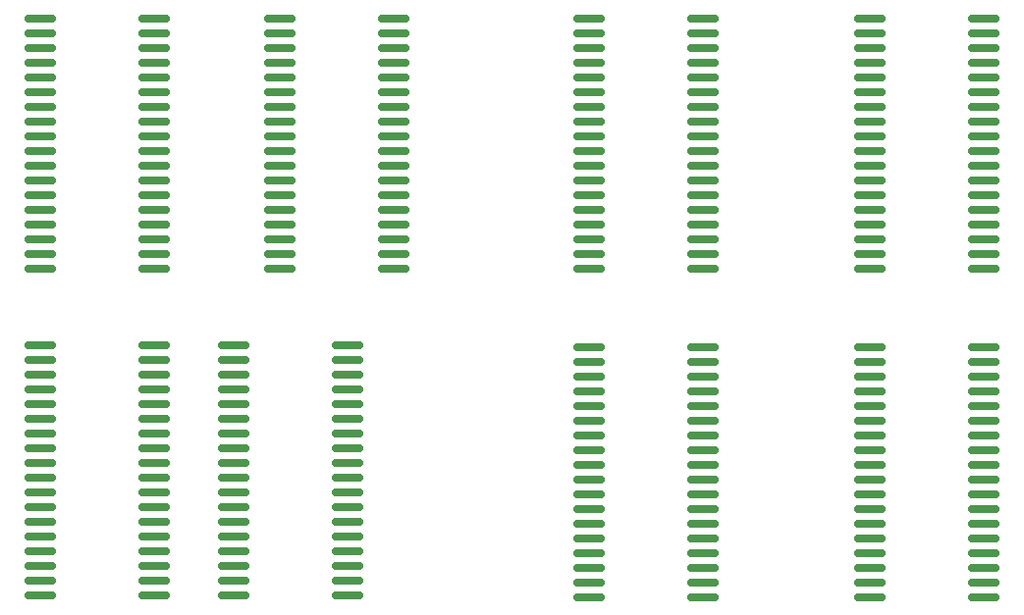
<source format=gbr>
%TF.GenerationSoftware,KiCad,Pcbnew,(6.0.2)*%
%TF.CreationDate,2022-07-24T16:40:57+01:00*%
%TF.ProjectId,Rosco_Hat_RAM,526f7363-6f5f-4486-9174-5f52414d2e6b,rev?*%
%TF.SameCoordinates,Original*%
%TF.FileFunction,Paste,Top*%
%TF.FilePolarity,Positive*%
%FSLAX46Y46*%
G04 Gerber Fmt 4.6, Leading zero omitted, Abs format (unit mm)*
G04 Created by KiCad (PCBNEW (6.0.2)) date 2022-07-24 16:40:57*
%MOMM*%
%LPD*%
G01*
G04 APERTURE LIST*
G04 Aperture macros list*
%AMRoundRect*
0 Rectangle with rounded corners*
0 $1 Rounding radius*
0 $2 $3 $4 $5 $6 $7 $8 $9 X,Y pos of 4 corners*
0 Add a 4 corners polygon primitive as box body*
4,1,4,$2,$3,$4,$5,$6,$7,$8,$9,$2,$3,0*
0 Add four circle primitives for the rounded corners*
1,1,$1+$1,$2,$3*
1,1,$1+$1,$4,$5*
1,1,$1+$1,$6,$7*
1,1,$1+$1,$8,$9*
0 Add four rect primitives between the rounded corners*
20,1,$1+$1,$2,$3,$4,$5,0*
20,1,$1+$1,$4,$5,$6,$7,0*
20,1,$1+$1,$6,$7,$8,$9,0*
20,1,$1+$1,$8,$9,$2,$3,0*%
G04 Aperture macros list end*
%ADD10RoundRect,0.150000X1.200000X0.150000X-1.200000X0.150000X-1.200000X-0.150000X1.200000X-0.150000X0*%
G04 APERTURE END LIST*
D10*
%TO.C,U11*%
X164540000Y-137695000D03*
X164540000Y-136425000D03*
X164540000Y-135155000D03*
X164540000Y-133885000D03*
X164540000Y-132615000D03*
X164540000Y-131345000D03*
X164540000Y-130075000D03*
X164540000Y-128805000D03*
X164540000Y-127535000D03*
X164540000Y-126265000D03*
X164540000Y-124995000D03*
X164540000Y-123725000D03*
X164540000Y-122455000D03*
X164540000Y-121185000D03*
X164540000Y-119915000D03*
X164540000Y-118645000D03*
X164540000Y-117375000D03*
X164540000Y-116105000D03*
X154740000Y-116105000D03*
X154740000Y-117375000D03*
X154740000Y-118645000D03*
X154740000Y-119915000D03*
X154740000Y-121185000D03*
X154740000Y-122455000D03*
X154740000Y-123725000D03*
X154740000Y-124995000D03*
X154740000Y-126265000D03*
X154740000Y-127535000D03*
X154740000Y-128805000D03*
X154740000Y-130075000D03*
X154740000Y-131345000D03*
X154740000Y-132615000D03*
X154740000Y-133885000D03*
X154740000Y-135155000D03*
X154740000Y-136425000D03*
X154740000Y-137695000D03*
%TD*%
%TO.C,U7*%
X109650000Y-137595000D03*
X109650000Y-136325000D03*
X109650000Y-135055000D03*
X109650000Y-133785000D03*
X109650000Y-132515000D03*
X109650000Y-131245000D03*
X109650000Y-129975000D03*
X109650000Y-128705000D03*
X109650000Y-127435000D03*
X109650000Y-126165000D03*
X109650000Y-124895000D03*
X109650000Y-123625000D03*
X109650000Y-122355000D03*
X109650000Y-121085000D03*
X109650000Y-119815000D03*
X109650000Y-118545000D03*
X109650000Y-117275000D03*
X109650000Y-116005000D03*
X99850000Y-116005000D03*
X99850000Y-117275000D03*
X99850000Y-118545000D03*
X99850000Y-119815000D03*
X99850000Y-121085000D03*
X99850000Y-122355000D03*
X99850000Y-123625000D03*
X99850000Y-124895000D03*
X99850000Y-126165000D03*
X99850000Y-127435000D03*
X99850000Y-128705000D03*
X99850000Y-129975000D03*
X99850000Y-131245000D03*
X99850000Y-132515000D03*
X99850000Y-133785000D03*
X99850000Y-135055000D03*
X99850000Y-136325000D03*
X99850000Y-137595000D03*
%TD*%
%TO.C,U12*%
X164540000Y-109345000D03*
X164540000Y-108075000D03*
X164540000Y-106805000D03*
X164540000Y-105535000D03*
X164540000Y-104265000D03*
X164540000Y-102995000D03*
X164540000Y-101725000D03*
X164540000Y-100455000D03*
X164540000Y-99185000D03*
X164540000Y-97915000D03*
X164540000Y-96645000D03*
X164540000Y-95375000D03*
X164540000Y-94105000D03*
X164540000Y-92835000D03*
X164540000Y-91565000D03*
X164540000Y-90295000D03*
X164540000Y-89025000D03*
X164540000Y-87755000D03*
X154740000Y-87755000D03*
X154740000Y-89025000D03*
X154740000Y-90295000D03*
X154740000Y-91565000D03*
X154740000Y-92835000D03*
X154740000Y-94105000D03*
X154740000Y-95375000D03*
X154740000Y-96645000D03*
X154740000Y-97915000D03*
X154740000Y-99185000D03*
X154740000Y-100455000D03*
X154740000Y-101725000D03*
X154740000Y-102995000D03*
X154740000Y-104265000D03*
X154740000Y-105535000D03*
X154740000Y-106805000D03*
X154740000Y-108075000D03*
X154740000Y-109345000D03*
%TD*%
%TO.C,U6*%
X92950000Y-109345000D03*
X92950000Y-108075000D03*
X92950000Y-106805000D03*
X92950000Y-105535000D03*
X92950000Y-104265000D03*
X92950000Y-102995000D03*
X92950000Y-101725000D03*
X92950000Y-100455000D03*
X92950000Y-99185000D03*
X92950000Y-97915000D03*
X92950000Y-96645000D03*
X92950000Y-95375000D03*
X92950000Y-94105000D03*
X92950000Y-92835000D03*
X92950000Y-91565000D03*
X92950000Y-90295000D03*
X92950000Y-89025000D03*
X92950000Y-87755000D03*
X83150000Y-87755000D03*
X83150000Y-89025000D03*
X83150000Y-90295000D03*
X83150000Y-91565000D03*
X83150000Y-92835000D03*
X83150000Y-94105000D03*
X83150000Y-95375000D03*
X83150000Y-96645000D03*
X83150000Y-97915000D03*
X83150000Y-99185000D03*
X83150000Y-100455000D03*
X83150000Y-101725000D03*
X83150000Y-102995000D03*
X83150000Y-104265000D03*
X83150000Y-105535000D03*
X83150000Y-106805000D03*
X83150000Y-108075000D03*
X83150000Y-109345000D03*
%TD*%
%TO.C,U9*%
X140300000Y-137695000D03*
X140300000Y-136425000D03*
X140300000Y-135155000D03*
X140300000Y-133885000D03*
X140300000Y-132615000D03*
X140300000Y-131345000D03*
X140300000Y-130075000D03*
X140300000Y-128805000D03*
X140300000Y-127535000D03*
X140300000Y-126265000D03*
X140300000Y-124995000D03*
X140300000Y-123725000D03*
X140300000Y-122455000D03*
X140300000Y-121185000D03*
X140300000Y-119915000D03*
X140300000Y-118645000D03*
X140300000Y-117375000D03*
X140300000Y-116105000D03*
X130500000Y-116105000D03*
X130500000Y-117375000D03*
X130500000Y-118645000D03*
X130500000Y-119915000D03*
X130500000Y-121185000D03*
X130500000Y-122455000D03*
X130500000Y-123725000D03*
X130500000Y-124995000D03*
X130500000Y-126265000D03*
X130500000Y-127535000D03*
X130500000Y-128805000D03*
X130500000Y-130075000D03*
X130500000Y-131345000D03*
X130500000Y-132615000D03*
X130500000Y-133885000D03*
X130500000Y-135155000D03*
X130500000Y-136425000D03*
X130500000Y-137695000D03*
%TD*%
%TO.C,U10*%
X140300000Y-109345000D03*
X140300000Y-108075000D03*
X140300000Y-106805000D03*
X140300000Y-105535000D03*
X140300000Y-104265000D03*
X140300000Y-102995000D03*
X140300000Y-101725000D03*
X140300000Y-100455000D03*
X140300000Y-99185000D03*
X140300000Y-97915000D03*
X140300000Y-96645000D03*
X140300000Y-95375000D03*
X140300000Y-94105000D03*
X140300000Y-92835000D03*
X140300000Y-91565000D03*
X140300000Y-90295000D03*
X140300000Y-89025000D03*
X140300000Y-87755000D03*
X130500000Y-87755000D03*
X130500000Y-89025000D03*
X130500000Y-90295000D03*
X130500000Y-91565000D03*
X130500000Y-92835000D03*
X130500000Y-94105000D03*
X130500000Y-95375000D03*
X130500000Y-96645000D03*
X130500000Y-97915000D03*
X130500000Y-99185000D03*
X130500000Y-100455000D03*
X130500000Y-101725000D03*
X130500000Y-102995000D03*
X130500000Y-104265000D03*
X130500000Y-105535000D03*
X130500000Y-106805000D03*
X130500000Y-108075000D03*
X130500000Y-109345000D03*
%TD*%
%TO.C,U8*%
X113650000Y-109345000D03*
X113650000Y-108075000D03*
X113650000Y-106805000D03*
X113650000Y-105535000D03*
X113650000Y-104265000D03*
X113650000Y-102995000D03*
X113650000Y-101725000D03*
X113650000Y-100455000D03*
X113650000Y-99185000D03*
X113650000Y-97915000D03*
X113650000Y-96645000D03*
X113650000Y-95375000D03*
X113650000Y-94105000D03*
X113650000Y-92835000D03*
X113650000Y-91565000D03*
X113650000Y-90295000D03*
X113650000Y-89025000D03*
X113650000Y-87755000D03*
X103850000Y-87755000D03*
X103850000Y-89025000D03*
X103850000Y-90295000D03*
X103850000Y-91565000D03*
X103850000Y-92835000D03*
X103850000Y-94105000D03*
X103850000Y-95375000D03*
X103850000Y-96645000D03*
X103850000Y-97915000D03*
X103850000Y-99185000D03*
X103850000Y-100455000D03*
X103850000Y-101725000D03*
X103850000Y-102995000D03*
X103850000Y-104265000D03*
X103850000Y-105535000D03*
X103850000Y-106805000D03*
X103850000Y-108075000D03*
X103850000Y-109345000D03*
%TD*%
%TO.C,U2*%
X92950000Y-137595000D03*
X92950000Y-136325000D03*
X92950000Y-135055000D03*
X92950000Y-133785000D03*
X92950000Y-132515000D03*
X92950000Y-131245000D03*
X92950000Y-129975000D03*
X92950000Y-128705000D03*
X92950000Y-127435000D03*
X92950000Y-126165000D03*
X92950000Y-124895000D03*
X92950000Y-123625000D03*
X92950000Y-122355000D03*
X92950000Y-121085000D03*
X92950000Y-119815000D03*
X92950000Y-118545000D03*
X92950000Y-117275000D03*
X92950000Y-116005000D03*
X83150000Y-116005000D03*
X83150000Y-117275000D03*
X83150000Y-118545000D03*
X83150000Y-119815000D03*
X83150000Y-121085000D03*
X83150000Y-122355000D03*
X83150000Y-123625000D03*
X83150000Y-124895000D03*
X83150000Y-126165000D03*
X83150000Y-127435000D03*
X83150000Y-128705000D03*
X83150000Y-129975000D03*
X83150000Y-131245000D03*
X83150000Y-132515000D03*
X83150000Y-133785000D03*
X83150000Y-135055000D03*
X83150000Y-136325000D03*
X83150000Y-137595000D03*
%TD*%
M02*

</source>
